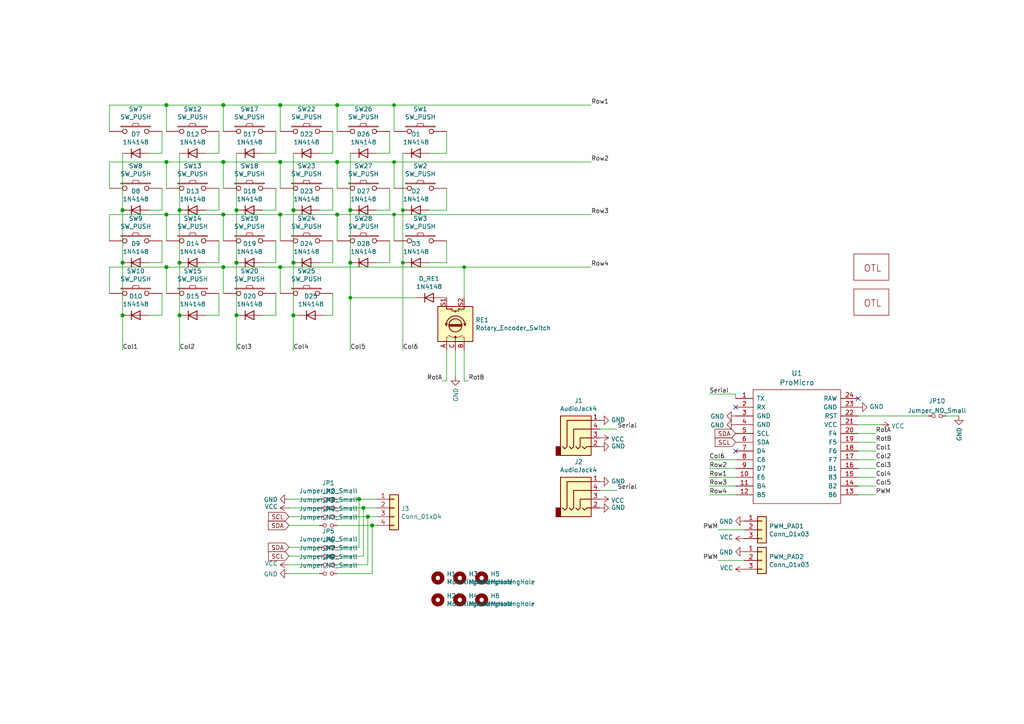
<source format=kicad_sch>
(kicad_sch (version 20230121) (generator eeschema)
  (paper "A4")
  (lib_symbols
    (symbol "Connector:AudioJack4"
      (property "Reference" "J" (at 0 8.89 0))
      (property "Value" "AudioJack4" (at 0 6.35 0))
      (symbol "AudioJack4_0_1"
        (rectangle (start -6.35 -5.08) (end -7.62 -7.62) (stroke (width 0.254)) (fill (type outline)))
        (polyline (pts (xy 0 -5.08) (xy 0.635 -5.715) (xy 1.27 -5.08) (xy 2.54 -5.08)) (stroke (width 0.254)))
        (polyline (pts (xy -5.715 -5.08) (xy -5.08 -5.715) (xy -4.445 -5.08) (xy -4.445 2.54) (xy 2.54 2.54)) (stroke (width 0.254)))
        (polyline (pts (xy -1.905 -5.08) (xy -1.27 -5.715) (xy -0.635 -5.08) (xy -0.635 -2.54) (xy 2.54 -2.54)) (stroke (width 0.254)))
        (polyline (pts (xy 2.54 0) (xy -2.54 0) (xy -2.54 -5.08) (xy -3.175 -5.715) (xy -3.81 -5.08)) (stroke (width 0.254)))
        (rectangle (start 2.54 3.81) (end -6.35 -7.62) (stroke (width 0.254)) (fill (type background)))
      )
      (symbol "AudioJack4_1_1"
        (pin passive line (at 5.08 2.54 180) (length 2.54) (name "~") (number "1"))
        (pin passive line (at 5.08 -5.08 180) (length 2.54) (name "~") (number "2"))
        (pin passive line (at 5.08 -2.54 180) (length 2.54) (name "~") (number "3"))
        (pin passive line (at 5.08 0 180) (length 2.54) (name "~") (number "4"))
      )
    )
    (symbol "Connector_Generic:Conn_01x03" (pin_names (offset 1.016) hide)
      (property "Reference" "J" (at 0 5.08 0))
      (property "Value" "Conn_01x03" (at 0 -5.08 0))
      (symbol "Conn_01x03_1_1"
        (rectangle (start -1.27 -2.413) (end 0 -2.667) (stroke (width 0.1524)))
        (rectangle (start -1.27 0.127) (end 0 -0.127) (stroke (width 0.1524)))
        (rectangle (start -1.27 2.667) (end 0 2.413) (stroke (width 0.1524)))
        (rectangle (start -1.27 3.81) (end 1.27 -3.81) (stroke (width 0.254)) (fill (type background)))
        (pin passive line (at -5.08 2.54 0) (length 3.81) (name "Pin_1") (number "1"))
        (pin passive line (at -5.08 0 0) (length 3.81) (name "Pin_2") (number "2"))
        (pin passive line (at -5.08 -2.54 0) (length 3.81) (name "Pin_3") (number "3"))
      )
    )
    (symbol "Connector_Generic:Conn_01x04" (pin_names (offset 1.016) hide)
      (property "Reference" "J" (at 0 5.08 0))
      (property "Value" "Conn_01x04" (at 0 -7.62 0))
      (symbol "Conn_01x04_1_1"
        (rectangle (start -1.27 -4.953) (end 0 -5.207) (stroke (width 0.1524)))
        (rectangle (start -1.27 -2.413) (end 0 -2.667) (stroke (width 0.1524)))
        (rectangle (start -1.27 0.127) (end 0 -0.127) (stroke (width 0.1524)))
        (rectangle (start -1.27 2.667) (end 0 2.413) (stroke (width 0.1524)))
        (rectangle (start -1.27 3.81) (end 1.27 -6.35) (stroke (width 0.254)) (fill (type background)))
        (pin passive line (at -5.08 2.54 0) (length 3.81) (name "Pin_1") (number "1"))
        (pin passive line (at -5.08 0 0) (length 3.81) (name "Pin_2") (number "2"))
        (pin passive line (at -5.08 -2.54 0) (length 3.81) (name "Pin_3") (number "3"))
        (pin passive line (at -5.08 -5.08 0) (length 3.81) (name "Pin_4") (number "4"))
      )
    )
    (symbol "Device:Jumper_NO_Small" (pin_numbers hide) (pin_names (offset 0.762) hide)
      (property "Reference" "JP" (at 0 2.032 0))
      (property "Value" "Jumper_NO_Small" (at 0.254 -1.524 0))
      (symbol "Jumper_NO_Small_0_1"
        (circle (center -1.016 0) (radius 0.508))
        (circle (center 1.016 0) (radius 0.508))
        (pin passive line (at -2.54 0 0) (length 1.016) (name "1") (number "1"))
        (pin passive line (at 2.54 0 180) (length 1.016) (name "2") (number "2"))
      )
    )
    (symbol "Device:Rotary_Encoder_Switch" (pin_names (offset 0.254) hide)
      (property "Reference" "SW" (at 0 6.604 0))
      (property "Value" "Rotary_Encoder_Switch" (at 0 -6.604 0))
      (symbol "Rotary_Encoder_Switch_0_1"
        (rectangle (start -5.08 5.08) (end 5.08 -5.08) (stroke (width 0.254)) (fill (type background)))
        (circle (center -3.81 0) (radius 0.254) (fill (type outline)))
        (arc (start -0.381 -2.794) (mid 2.3376 -0.0635) (end -0.381 2.667) (stroke (width 0.254)))
        (circle (center -0.381 0) (radius 1.905) (stroke (width 0.254)))
        (polyline (pts (xy -0.635 -1.778) (xy -0.635 1.778)) (stroke (width 0.254)))
        (polyline (pts (xy -0.381 -1.778) (xy -0.381 1.778)) (stroke (width 0.254)))
        (polyline (pts (xy -0.127 1.778) (xy -0.127 -1.778)) (stroke (width 0.254)))
        (polyline (pts (xy 3.81 0) (xy 3.429 0)) (stroke (width 0.254)))
        (polyline (pts (xy 3.81 1.016) (xy 3.81 -1.016)) (stroke (width 0.254)))
        (polyline (pts (xy -5.08 -2.54) (xy -3.81 -2.54) (xy -3.81 -2.032)))
        (polyline (pts (xy -5.08 2.54) (xy -3.81 2.54) (xy -3.81 2.032)))
        (polyline (pts (xy 0.254 -3.048) (xy -0.508 -2.794) (xy 0.127 -2.413)) (stroke (width 0.254)))
        (polyline (pts (xy 0.254 2.921) (xy -0.508 2.667) (xy 0.127 2.286)) (stroke (width 0.254)))
        (polyline (pts (xy 5.08 -2.54) (xy 4.318 -2.54) (xy 4.318 -1.016)) (stroke (width 0.254)))
        (polyline (pts (xy 5.08 2.54) (xy 4.318 2.54) (xy 4.318 1.016)) (stroke (width 0.254)))
        (polyline (pts (xy -5.08 0) (xy -3.81 0) (xy -3.81 -1.016) (xy -3.302 -2.032)))
        (polyline (pts (xy -4.318 0) (xy -3.81 0) (xy -3.81 1.016) (xy -3.302 2.032)))
        (circle (center 4.318 -1.016) (radius 0.127) (stroke (width 0.254)))
        (circle (center 4.318 1.016) (radius 0.127) (stroke (width 0.254)))
      )
      (symbol "Rotary_Encoder_Switch_1_1"
        (pin passive line (at -7.62 2.54 0) (length 2.54) (name "A") (number "A"))
        (pin passive line (at -7.62 -2.54 0) (length 2.54) (name "B") (number "B"))
        (pin passive line (at -7.62 0 0) (length 2.54) (name "C") (number "C"))
        (pin passive line (at 7.62 2.54 180) (length 2.54) (name "S1") (number "S1"))
        (pin passive line (at 7.62 -2.54 180) (length 2.54) (name "S2") (number "S2"))
      )
    )
    (symbol "Diode:1N4148" (pin_numbers hide) (pin_names (offset 1.016) hide)
      (property "Reference" "D" (at 0 2.54 0))
      (property "Value" "1N4148" (at 0 -2.54 0))
      (symbol "1N4148_0_1"
        (polyline (pts (xy -1.27 1.27) (xy -1.27 -1.27)) (stroke (width 0.254)))
        (polyline (pts (xy 1.27 0) (xy -1.27 0)))
        (polyline (pts (xy 1.27 1.27) (xy 1.27 -1.27) (xy -1.27 0) (xy 1.27 1.27)) (stroke (width 0.254)))
      )
      (symbol "1N4148_1_1"
        (pin passive line (at -3.81 0 0) (length 2.54) (name "K") (number "1"))
        (pin passive line (at 3.81 0 180) (length 2.54) (name "A") (number "2"))
      )
    )
    (symbol "Mechanical:MountingHole" (pin_names (offset 1.016))
      (property "Reference" "H" (at 0 5.08 0))
      (property "Value" "MountingHole" (at 0 3.175 0))
      (symbol "MountingHole_0_1"
        (circle (center 0 0) (radius 1.27) (stroke (width 1.27)))
      )
    )
    (symbol "SparkFun-Aesthetics:LOGO-OTL" (pin_numbers hide) (pin_names (offset 1.016) hide)
      (symbol "LOGO-OTL_1_0"
        (polyline (pts (xy -5.08 -5.08) (xy 5.08 -5.08)))
        (polyline (pts (xy -5.08 2.54) (xy -5.08 -5.08)))
        (polyline (pts (xy 5.08 -5.08) (xy 5.08 2.54)))
        (polyline (pts (xy 5.08 2.54) (xy -5.08 2.54)))
        (text "OTL" (at 0.3556 -1.5748 0) (effects (font (size 1.9304 1.9304))))
      )
    )
    (symbol "keyboard_parts:SW_PUSH" (pin_numbers hide) (pin_names (offset 1.016) hide)
      (property "Reference" "SW" (at 3.81 2.794 0))
      (property "Value" "SW_PUSH" (at 0 -2.032 0))
      (symbol "SW_PUSH_0_1"
        (rectangle (start -4.318 1.27) (end 4.318 1.524))
        (polyline (pts (xy -1.016 1.524) (xy -0.762 2.286) (xy 0.762 2.286) (xy 1.016 1.524)))
        (pin passive inverted (at -7.62 0 0) (length 5.08) (name "1") (number "1"))
        (pin passive inverted (at 7.62 0 180) (length 5.08) (name "2") (number "2"))
      )
    )
    (symbol "power:GND" (power) (pin_names (offset 0))
      (property "Value" "GND" (at 0 -3.81 0))
      (symbol "GND_0_1"
        (polyline (pts (xy 0 0) (xy 0 -1.27) (xy 1.27 -1.27) (xy 0 -2.54) (xy -1.27 -1.27) (xy 0 -1.27)))
      )
      (symbol "GND_1_1"
        (pin power_in line (at 0 0 270) (length 0) hide (name "GND") (number "1"))
      )
    )
    (symbol "power:VCC" (power) (pin_names (offset 0))
      (property "Value" "VCC" (at 0 3.81 0))
      (symbol "VCC_0_1"
        (polyline (pts (xy -0.762 1.27) (xy 0 2.54)))
        (polyline (pts (xy 0 0) (xy 0 2.54)))
        (polyline (pts (xy 0 2.54) (xy 0.762 1.27)))
      )
      (symbol "VCC_1_1"
        (pin power_in line (at 0 0 90) (length 0) hide (name "VCC") (number "1"))
      )
    )
    (symbol "promicro:ProMicro" (pin_names (offset 1.016))
      (property "Reference" "U" (at 0 24.13 0))
      (property "Value" "ProMicro" (at 0 -13.97 0))
      (symbol "ProMicro_0_1"
        (rectangle (start -12.7 21.59) (end 12.7 -11.43))
      )
      (symbol "ProMicro_1_1"
        (pin bidirectional line (at -17.78 19.05 0) (length 5.08) (name "TX") (number "1"))
        (pin bidirectional line (at -17.78 -3.81 0) (length 5.08) (name "E6") (number "10"))
        (pin bidirectional line (at -17.78 -6.35 0) (length 5.08) (name "B4") (number "11"))
        (pin bidirectional line (at -17.78 -8.89 0) (length 5.08) (name "B5") (number "12"))
        (pin bidirectional line (at 17.78 -8.89 180) (length 5.08) (name "B6") (number "13"))
        (pin bidirectional line (at 17.78 -6.35 180) (length 5.08) (name "B2") (number "14"))
        (pin bidirectional line (at 17.78 -3.81 180) (length 5.08) (name "B3") (number "15"))
        (pin bidirectional line (at 17.78 -1.27 180) (length 5.08) (name "B1") (number "16"))
        (pin bidirectional line (at 17.78 1.27 180) (length 5.08) (name "F7") (number "17"))
        (pin bidirectional line (at 17.78 3.81 180) (length 5.08) (name "F6") (number "18"))
        (pin bidirectional line (at 17.78 6.35 180) (length 5.08) (name "F5") (number "19"))
        (pin bidirectional line (at -17.78 16.51 0) (length 5.08) (name "RX") (number "2"))
        (pin bidirectional line (at 17.78 8.89 180) (length 5.08) (name "F4") (number "20"))
        (pin power_in line (at 17.78 11.43 180) (length 5.08) (name "VCC") (number "21"))
        (pin input line (at 17.78 13.97 180) (length 5.08) (name "RST") (number "22"))
        (pin power_in line (at 17.78 16.51 180) (length 5.08) (name "GND") (number "23"))
        (pin power_out line (at 17.78 19.05 180) (length 5.08) (name "RAW") (number "24"))
        (pin power_in line (at -17.78 13.97 0) (length 5.08) (name "GND") (number "3"))
        (pin power_in line (at -17.78 11.43 0) (length 5.08) (name "GND") (number "4"))
        (pin bidirectional line (at -17.78 8.89 0) (length 5.08) (name "SCL") (number "5"))
        (pin bidirectional line (at -17.78 6.35 0) (length 5.08) (name "SDA") (number "6"))
        (pin bidirectional line (at -17.78 3.81 0) (length 5.08) (name "D4") (number "7"))
        (pin bidirectional line (at -17.78 1.27 0) (length 5.08) (name "C6") (number "8"))
        (pin bidirectional line (at -17.78 -1.27 0) (length 5.08) (name "D7") (number "9"))
      )
    )
  )
  (junction (at 48.26 46.99) (diameter 1.016))
  (junction (at 81.28 30.48) (diameter 1.016))
  (junction (at 35.56 76.2) (diameter 1.016))
  (junction (at 105.41 147.32) (diameter 1.016))
  (junction (at 107.95 152.4) (diameter 1.016))
  (junction (at 81.28 62.23) (diameter 1.016))
  (junction (at 68.58 76.2) (diameter 1.016))
  (junction (at 48.26 30.48) (diameter 1.016))
  (junction (at 85.09 76.2) (diameter 1.016))
  (junction (at 114.3 46.99))
  (junction (at 35.56 91.44) (diameter 1.016))
  (junction (at 114.3 30.48))
  (junction (at 116.84 60.96))
  (junction (at 35.56 60.96) (diameter 1.016))
  (junction (at 85.09 60.96) (diameter 1.016))
  (junction (at 64.77 30.48) (diameter 1.016))
  (junction (at 81.28 77.47) (diameter 1.016))
  (junction (at 101.6 76.2) (diameter 1.016))
  (junction (at 64.77 46.99) (diameter 1.016))
  (junction (at 68.58 91.44) (diameter 1.016))
  (junction (at 97.79 62.23) (diameter 1.016))
  (junction (at 68.58 60.96) (diameter 1.016))
  (junction (at 85.09 91.44) (diameter 1.016))
  (junction (at 104.14 144.78) (diameter 1.016))
  (junction (at 64.77 62.23) (diameter 1.016))
  (junction (at 116.84 76.2))
  (junction (at 52.07 60.96) (diameter 1.016))
  (junction (at 114.3 62.23))
  (junction (at 134.62 77.47))
  (junction (at 48.26 77.47) (diameter 1.016))
  (junction (at 106.68 149.86) (diameter 1.016))
  (junction (at 52.07 76.2) (diameter 1.016))
  (junction (at 97.79 30.48) (diameter 1.016))
  (junction (at 48.26 62.23) (diameter 1.016))
  (junction (at 81.28 46.99) (diameter 1.016))
  (junction (at 52.07 91.44) (diameter 1.016))
  (junction (at 97.79 46.99) (diameter 1.016))
  (junction (at 64.77 77.47) (diameter 1.016))
  (junction (at 101.6 86.36))
  (junction (at 101.6 60.96) (diameter 1.016))
  (no_connect (at 213.36 130.81))
  (no_connect (at 248.92 115.57))
  (no_connect (at 213.36 118.11))
  (wire (pts (xy 129.54 86.36) (xy 128.27 86.36)))
  (wire (pts (xy 129.54 76.2) (xy 124.46 76.2)))
  (wire (pts (xy 46.99 54.61) (xy 46.99 60.96)))
  (wire (pts (xy 81.28 38.1) (xy 81.28 30.48)))
  (wire (pts (xy 248.92 125.73) (xy 254 125.73)))
  (wire (pts (xy 205.74 140.97) (xy 213.36 140.97)))
  (wire (pts (xy 63.5 69.85) (xy 63.5 76.2)))
  (wire (pts (xy 35.56 60.96) (xy 35.56 44.45)))
  (wire (pts (xy 52.07 60.96) (xy 52.07 76.2)))
  (wire (pts (xy 113.03 76.2) (xy 109.22 76.2)))
  (wire (pts (xy 92.71 166.37) (xy 83.82 166.37)))
  (wire (pts (xy 129.54 38.1) (xy 129.54 44.45)))
  (wire (pts (xy 116.84 60.96) (xy 116.84 76.2)))
  (wire (pts (xy 96.52 38.1) (xy 96.52 44.45)))
  (wire (pts (xy 129.54 101.6) (xy 129.54 110.49)))
  (wire (pts (xy 63.5 44.45) (xy 59.69 44.45)))
  (wire (pts (xy 97.79 38.1) (xy 97.79 30.48)))
  (wire (pts (xy 113.03 60.96) (xy 109.22 60.96)))
  (wire (pts (xy 134.62 101.6) (xy 134.62 110.49)))
  (wire (pts (xy 105.41 161.29) (xy 97.79 161.29)))
  (wire (pts (xy 31.75 54.61) (xy 31.75 46.99)))
  (wire (pts (xy 114.3 46.99) (xy 114.3 54.61)))
  (wire (pts (xy 248.92 143.51) (xy 254 143.51)))
  (wire (pts (xy 109.22 152.4) (xy 107.95 152.4)))
  (wire (pts (xy 46.99 38.1) (xy 46.99 44.45)))
  (wire (pts (xy 129.54 60.96) (xy 124.46 60.96)))
  (wire (pts (xy 81.28 46.99) (xy 97.79 46.99)))
  (wire (pts (xy 92.71 144.78) (xy 83.82 144.78)))
  (wire (pts (xy 205.74 133.35) (xy 213.36 133.35)))
  (wire (pts (xy 113.03 38.1) (xy 113.03 44.45)))
  (wire (pts (xy 101.6 60.96) (xy 101.6 76.2)))
  (wire (pts (xy 46.99 76.2) (xy 43.18 76.2)))
  (wire (pts (xy 81.28 62.23) (xy 97.79 62.23)))
  (wire (pts (xy 96.52 69.85) (xy 96.52 76.2)))
  (wire (pts (xy 248.92 128.27) (xy 254 128.27)))
  (wire (pts (xy 113.03 54.61) (xy 113.03 60.96)))
  (wire (pts (xy 64.77 69.85) (xy 64.77 62.23)))
  (wire (pts (xy 63.5 85.09) (xy 63.5 91.44)))
  (wire (pts (xy 248.92 133.35) (xy 254 133.35)))
  (wire (pts (xy 109.22 144.78) (xy 104.14 144.78)))
  (wire (pts (xy 35.56 60.96) (xy 35.56 76.2)))
  (wire (pts (xy 31.75 46.99) (xy 48.26 46.99)))
  (wire (pts (xy 48.26 30.48) (xy 64.77 30.48)))
  (wire (pts (xy 80.01 91.44) (xy 76.2 91.44)))
  (wire (pts (xy 114.3 46.99) (xy 171.45 46.99)))
  (wire (pts (xy 85.09 76.2) (xy 85.09 91.44)))
  (wire (pts (xy 85.09 91.44) (xy 85.09 101.6)))
  (wire (pts (xy 86.36 91.44) (xy 85.09 91.44)))
  (wire (pts (xy 46.99 44.45) (xy 43.18 44.45)))
  (wire (pts (xy 205.74 114.3) (xy 213.36 114.3)))
  (wire (pts (xy 101.6 60.96) (xy 101.6 44.45)))
  (wire (pts (xy 52.07 44.45) (xy 52.07 60.96)))
  (wire (pts (xy 173.99 124.46) (xy 179.07 124.46)))
  (wire (pts (xy 80.01 85.09) (xy 80.01 91.44)))
  (wire (pts (xy 64.77 30.48) (xy 81.28 30.48)))
  (wire (pts (xy 248.92 123.19) (xy 255.27 123.19)))
  (wire (pts (xy 101.6 76.2) (xy 101.6 86.36)))
  (wire (pts (xy 106.68 149.86) (xy 106.68 163.83)))
  (wire (pts (xy 132.08 101.6) (xy 132.08 109.22)))
  (wire (pts (xy 113.03 44.45) (xy 109.22 44.45)))
  (wire (pts (xy 46.99 60.96) (xy 43.18 60.96)))
  (wire (pts (xy 106.68 163.83) (xy 97.79 163.83)))
  (wire (pts (xy 35.56 91.44) (xy 35.56 76.2)))
  (wire (pts (xy 48.26 46.99) (xy 64.77 46.99)))
  (wire (pts (xy 116.84 44.45) (xy 116.84 60.96)))
  (wire (pts (xy 134.62 77.47) (xy 171.45 77.47)))
  (wire (pts (xy 114.3 30.48) (xy 114.3 38.1)))
  (wire (pts (xy 248.92 138.43) (xy 254 138.43)))
  (wire (pts (xy 96.52 44.45) (xy 92.71 44.45)))
  (wire (pts (xy 92.71 161.29) (xy 83.82 161.29)))
  (wire (pts (xy 68.58 76.2) (xy 68.58 91.44)))
  (wire (pts (xy 63.5 54.61) (xy 63.5 60.96)))
  (wire (pts (xy 52.07 91.44) (xy 52.07 101.6)))
  (wire (pts (xy 213.36 114.3) (xy 213.36 115.57)))
  (wire (pts (xy 129.54 110.49) (xy 128.27 110.49)))
  (wire (pts (xy 64.77 54.61) (xy 64.77 46.99)))
  (wire (pts (xy 104.14 144.78) (xy 104.14 158.75)))
  (wire (pts (xy 114.3 69.85) (xy 114.3 62.23)))
  (wire (pts (xy 48.26 54.61) (xy 48.26 46.99)))
  (wire (pts (xy 105.41 147.32) (xy 105.41 161.29)))
  (wire (pts (xy 107.95 166.37) (xy 97.79 166.37)))
  (wire (pts (xy 63.5 76.2) (xy 59.69 76.2)))
  (wire (pts (xy 80.01 76.2) (xy 76.2 76.2)))
  (wire (pts (xy 134.62 77.47) (xy 134.62 86.36)))
  (wire (pts (xy 68.58 60.96) (xy 68.58 76.2)))
  (wire (pts (xy 129.54 54.61) (xy 129.54 60.96)))
  (wire (pts (xy 52.07 91.44) (xy 52.07 76.2)))
  (wire (pts (xy 97.79 46.99) (xy 114.3 46.99)))
  (wire (pts (xy 48.26 77.47) (xy 64.77 77.47)))
  (wire (pts (xy 31.75 85.09) (xy 31.75 77.47)))
  (wire (pts (xy 64.77 46.99) (xy 81.28 46.99)))
  (wire (pts (xy 97.79 69.85) (xy 97.79 62.23)))
  (wire (pts (xy 81.28 54.61) (xy 81.28 46.99)))
  (wire (pts (xy 64.77 38.1) (xy 64.77 30.48)))
  (wire (pts (xy 205.74 143.51) (xy 213.36 143.51)))
  (wire (pts (xy 96.52 85.09) (xy 96.52 91.44)))
  (wire (pts (xy 96.52 91.44) (xy 93.98 91.44)))
  (wire (pts (xy 64.77 62.23) (xy 81.28 62.23)))
  (wire (pts (xy 248.92 135.89) (xy 254 135.89)))
  (wire (pts (xy 97.79 54.61) (xy 97.79 46.99)))
  (wire (pts (xy 96.52 54.61) (xy 96.52 60.96)))
  (wire (pts (xy 106.68 149.86) (xy 109.22 149.86)))
  (wire (pts (xy 80.01 69.85) (xy 80.01 76.2)))
  (wire (pts (xy 248.92 120.65) (xy 269.24 120.65)))
  (wire (pts (xy 92.71 147.32) (xy 83.82 147.32)))
  (wire (pts (xy 35.56 91.44) (xy 35.56 101.6)))
  (wire (pts (xy 208.28 162.56) (xy 215.9 162.56)))
  (wire (pts (xy 104.14 144.78) (xy 97.79 144.78)))
  (wire (pts (xy 208.28 153.67) (xy 215.9 153.67)))
  (wire (pts (xy 97.79 62.23) (xy 114.3 62.23)))
  (wire (pts (xy 31.75 62.23) (xy 48.26 62.23)))
  (wire (pts (xy 97.79 149.86) (xy 106.68 149.86)))
  (wire (pts (xy 48.26 69.85) (xy 48.26 62.23)))
  (wire (pts (xy 46.99 91.44) (xy 43.18 91.44)))
  (wire (pts (xy 81.28 77.47) (xy 81.28 85.09)))
  (wire (pts (xy 48.26 85.09) (xy 48.26 77.47)))
  (wire (pts (xy 80.01 44.45) (xy 76.2 44.45)))
  (wire (pts (xy 173.99 142.24) (xy 179.07 142.24)))
  (wire (pts (xy 64.77 85.09) (xy 64.77 77.47)))
  (wire (pts (xy 96.52 60.96) (xy 92.71 60.96)))
  (wire (pts (xy 85.09 60.96) (xy 85.09 76.2)))
  (wire (pts (xy 114.3 62.23) (xy 171.45 62.23)))
  (wire (pts (xy 81.28 69.85) (xy 81.28 62.23)))
  (wire (pts (xy 63.5 38.1) (xy 63.5 44.45)))
  (wire (pts (xy 107.95 152.4) (xy 107.95 166.37)))
  (wire (pts (xy 105.41 147.32) (xy 97.79 147.32)))
  (wire (pts (xy 48.26 38.1) (xy 48.26 30.48)))
  (wire (pts (xy 46.99 69.85) (xy 46.99 76.2)))
  (wire (pts (xy 274.32 120.65) (xy 278.13 120.65)))
  (wire (pts (xy 248.92 130.81) (xy 254 130.81)))
  (wire (pts (xy 63.5 91.44) (xy 59.69 91.44)))
  (wire (pts (xy 129.54 69.85) (xy 129.54 76.2)))
  (wire (pts (xy 31.75 77.47) (xy 48.26 77.47)))
  (wire (pts (xy 80.01 38.1) (xy 80.01 44.45)))
  (wire (pts (xy 92.71 163.83) (xy 83.82 163.83)))
  (wire (pts (xy 85.09 60.96) (xy 85.09 44.45)))
  (wire (pts (xy 96.52 76.2) (xy 92.71 76.2)))
  (wire (pts (xy 116.84 76.2) (xy 116.84 101.6)))
  (wire (pts (xy 92.71 149.86) (xy 83.82 149.86)))
  (wire (pts (xy 63.5 60.96) (xy 59.69 60.96)))
  (wire (pts (xy 101.6 86.36) (xy 101.6 101.6)))
  (wire (pts (xy 107.95 152.4) (xy 97.79 152.4)))
  (wire (pts (xy 80.01 60.96) (xy 76.2 60.96)))
  (wire (pts (xy 68.58 44.45) (xy 68.58 60.96)))
  (wire (pts (xy 248.92 140.97) (xy 254 140.97)))
  (wire (pts (xy 48.26 62.23) (xy 64.77 62.23)))
  (wire (pts (xy 31.75 38.1) (xy 31.75 30.48)))
  (wire (pts (xy 64.77 77.47) (xy 81.28 77.47)))
  (wire (pts (xy 81.28 77.47) (xy 134.62 77.47)))
  (wire (pts (xy 104.14 158.75) (xy 97.79 158.75)))
  (wire (pts (xy 109.22 147.32) (xy 105.41 147.32)))
  (wire (pts (xy 46.99 85.09) (xy 46.99 91.44)))
  (wire (pts (xy 92.71 152.4) (xy 83.82 152.4)))
  (wire (pts (xy 68.58 91.44) (xy 68.58 101.6)))
  (wire (pts (xy 31.75 69.85) (xy 31.75 62.23)))
  (wire (pts (xy 80.01 54.61) (xy 80.01 60.96)))
  (wire (pts (xy 205.74 138.43) (xy 213.36 138.43)))
  (wire (pts (xy 97.79 30.48) (xy 114.3 30.48)))
  (wire (pts (xy 81.28 30.48) (xy 97.79 30.48)))
  (wire (pts (xy 113.03 69.85) (xy 113.03 76.2)))
  (wire (pts (xy 114.3 30.48) (xy 171.45 30.48)))
  (wire (pts (xy 31.75 30.48) (xy 48.26 30.48)))
  (wire (pts (xy 92.71 158.75) (xy 83.82 158.75)))
  (wire (pts (xy 205.74 135.89) (xy 213.36 135.89)))
  (wire (pts (xy 120.65 86.36) (xy 101.6 86.36)))
  (wire (pts (xy 134.62 110.49) (xy 135.89 110.49)))
  (wire (pts (xy 129.54 44.45) (xy 124.46 44.45)))
  (label "Col6" (at 116.84 101.6 0))
  (label "Col2" (at 254 133.35 0))
  (label "Serial" (at 179.07 124.46 0))
  (label "Col5" (at 101.6 101.6 0))
  (label "PWM" (at 208.28 162.56 180))
  (label "Serial" (at 179.07 142.24 0))
  (label "Col6" (at 205.74 133.35 0))
  (label "Row4" (at 205.74 143.51 0))
  (label "Col5" (at 254 140.97 0))
  (label "PWM" (at 254 143.51 0))
  (label "Row3" (at 171.45 62.23 0))
  (label "RotB" (at 254 128.27 0))
  (label "Col4" (at 85.09 101.6 0))
  (label "Row2" (at 171.45 46.99 0))
  (label "Col3" (at 68.58 101.6 0))
  (label "Col2" (at 52.07 101.6 0))
  (label "Serial" (at 205.74 114.3 0))
  (label "RotA" (at 128.27 110.49 180))
  (label "Col1" (at 35.56 101.6 0))
  (label "Row3" (at 205.74 140.97 0))
  (label "RotA" (at 254 125.73 0))
  (label "Col3" (at 254 135.89 0))
  (label "Row2" (at 205.74 135.89 0))
  (label "Col4" (at 254 138.43 0))
  (label "RotB" (at 135.89 110.49 0))
  (label "Row4" (at 171.45 77.47 0))
  (label "Row1" (at 205.74 138.43 0))
  (label "Row1" (at 171.45 30.48 0))
  (label "Col1" (at 254 130.81 0))
  (label "PWM" (at 208.28 153.67 180))
  (global_label "SDA" (shape input) (at 213.36 125.73 180) (property "Intersheetrefs" "${INTERSHEET_REFS}" (effects hide)))
  (global_label "SDA" (shape input) (at 83.82 152.4 180) (property "Intersheetrefs" "${INTERSHEET_REFS}" (effects hide)))
  (global_label "SCL" (shape input) (at 213.36 128.27 180) (property "Intersheetrefs" "${INTERSHEET_REFS}" (effects hide)))
  (global_label "SCL" (shape input) (at 83.82 161.29 180) (property "Intersheetrefs" "${INTERSHEET_REFS}" (effects hide)))
  (global_label "SCL" (shape input) (at 83.82 149.86 180) (property "Intersheetrefs" "${INTERSHEET_REFS}" (effects hide)))
  (global_label "SDA" (shape input) (at 83.82 158.75 180) (property "Intersheetrefs" "${INTERSHEET_REFS}" (effects hide)))
  (symbol (lib_id "Connector_Generic:Conn_01x04") (at 114.3 147.32 0) (unit 1)
    (property "Reference" "J3" (at 116.332 147.5232 0) (effects (justify left)))
    (property "Value" "Conn_01x04" (at 116.332 149.8346 0) (effects (justify left)))
    (property "Footprint" "usbc_footprint:OLED_4Pin_outline" (effects hide))
  )
  (symbol (lib_id "Device:Jumper_NO_Small") (at 95.25 144.78 0) (unit 1)
    (property "Reference" "JP1" (at 95.25 140.081 0))
    (property "Value" "Jumper_NO_Small" (at 95.25 142.3924 0))
    (property "Footprint" "SparkFun-Passives:PAD-JUMPER-2-NO_NO_SILK" (effects hide))
  )
  (symbol (lib_id "Device:Jumper_NO_Small") (at 95.25 147.32 0) (unit 1)
    (property "Reference" "JP2" (at 95.25 142.621 0))
    (property "Value" "Jumper_NO_Small" (at 95.25 144.9324 0))
    (property "Footprint" "SparkFun-Passives:PAD-JUMPER-2-NO_NO_SILK" (effects hide))
  )
  (symbol (lib_id "Device:Jumper_NO_Small") (at 95.25 149.86 0) (unit 1)
    (property "Reference" "JP3" (at 95.25 145.161 0))
    (property "Value" "Jumper_NO_Small" (at 95.25 147.4724 0))
    (property "Footprint" "SparkFun-Passives:PAD-JUMPER-2-NO_NO_SILK" (effects hide))
  )
  (symbol (lib_id "Device:Jumper_NO_Small") (at 95.25 152.4 0) (unit 1)
    (property "Reference" "JP4" (at 95.25 147.701 0))
    (property "Value" "Jumper_NO_Small" (at 95.25 150.0124 0))
    (property "Footprint" "SparkFun-Passives:PAD-JUMPER-2-NO_NO_SILK" (effects hide))
  )
  (symbol (lib_id "Device:Jumper_NO_Small") (at 95.25 158.75 0) (unit 1)
    (property "Reference" "JP5" (at 95.25 154.051 0))
    (property "Value" "Jumper_NO_Small" (at 95.25 156.3624 0))
    (property "Footprint" "SparkFun-Passives:PAD-JUMPER-2-NO_NO_SILK" (effects hide))
  )
  (symbol (lib_id "Device:Jumper_NO_Small") (at 95.25 161.29 0) (unit 1)
    (property "Reference" "JP6" (at 95.25 156.591 0))
    (property "Value" "Jumper_NO_Small" (at 95.25 158.9024 0))
    (property "Footprint" "SparkFun-Passives:PAD-JUMPER-2-NO_NO_SILK" (effects hide))
  )
  (symbol (lib_id "Device:Jumper_NO_Small") (at 95.25 163.83 0) (unit 1)
    (property "Reference" "JP7" (at 95.25 159.131 0))
    (property "Value" "Jumper_NO_Small" (at 95.25 161.4424 0))
    (property "Footprint" "SparkFun-Passives:PAD-JUMPER-2-NO_NO_SILK" (effects hide))
  )
  (symbol (lib_id "Device:Jumper_NO_Small") (at 95.25 166.37 0) (unit 1)
    (property "Reference" "JP8" (at 95.25 161.671 0))
    (property "Value" "Jumper_NO_Small" (at 95.25 163.9824 0))
    (property "Footprint" "SparkFun-Passives:PAD-JUMPER-2-NO_NO_SILK" (effects hide))
  )
  (symbol (lib_id "power:GND") (at 173.99 129.54 90) (unit 1)
    (property "Reference" "#PWR0109" (effects hide))
    (property "Value" "GND" (at 177.2412 129.413 90) (effects (justify right)))
  )
  (symbol (lib_id "power:GND") (at 173.99 147.32 90) (unit 1)
    (property "Reference" "#PWR0110" (effects hide))
    (property "Value" "GND" (at 177.2412 147.193 90) (effects (justify right)))
  )
  (symbol (lib_id "Device:Rotary_Encoder_Switch") (at 132.08 93.98 90) (unit 1)
    (property "Reference" "RE1" (at 137.922 92.8116 90) (effects (justify right)))
    (property "Value" "Rotary_Encoder_Switch" (at 137.922 95.123 90) (effects (justify right)))
    (property "Footprint" "Rotary_Encoder:RotaryEncoder_Alps_EC11E-Switch_Vertical_H20mm" (effects hide))
  )
  (symbol (lib_id "power:VCC") (at 83.82 147.32 90) (unit 1)
    (property "Reference" "#PWR0105" (effects hide))
    (property "Value" "VCC" (at 80.5942 146.939 90) (effects (justify left)))
  )
  (symbol (lib_id "power:GND") (at 83.82 144.78 270) (unit 1)
    (property "Reference" "#PWR0106" (effects hide))
    (property "Value" "GND" (at 80.5688 144.907 90) (effects (justify right)))
  )
  (symbol (lib_id "power:VCC") (at 83.82 163.83 90) (unit 1)
    (property "Reference" "#PWR0107" (effects hide))
    (property "Value" "VCC" (at 80.5942 163.449 90) (effects (justify left)))
  )
  (symbol (lib_id "power:GND") (at 83.82 166.37 270) (unit 1)
    (property "Reference" "#PWR0108" (effects hide))
    (property "Value" "GND" (at 80.5688 166.497 90) (effects (justify right)))
  )
  (symbol (lib_id "Diode:1N4148") (at 124.46 86.36 0) (unit 1)
    (property "Reference" "D_RE1" (at 124.46 80.8482 0))
    (property "Value" "1N4148" (at 124.46 83.1596 0))
    (property "Footprint" "Keebio-Parts:Diode-dual" (effects hide))
    (property "Datasheet" "https://assets.nexperia.com/documents/data-sheet/1N4148_1N4448.pdf" (effects hide))
  )
  (symbol (lib_id "power:GND") (at 213.36 120.65 270) (unit 1)
    (property "Reference" "#PWR0111" (effects hide))
    (property "Value" "GND" (at 210.1088 120.777 90) (effects (justify right)))
  )
  (symbol (lib_id "power:GND") (at 213.36 123.19 270) (unit 1)
    (property "Reference" "#PWR0112" (effects hide))
    (property "Value" "GND" (at 210.1088 123.317 90) (effects (justify right)))
  )
  (symbol (lib_id "power:GND") (at 248.92 118.11 90) (unit 1)
    (property "Reference" "#PWR0113" (effects hide))
    (property "Value" "GND" (at 252.1712 117.983 90) (effects (justify right)))
  )
  (symbol (lib_id "power:GND") (at 278.13 120.65 0) (unit 1)
    (property "Reference" "#PWR0114" (effects hide))
    (property "Value" "GND" (at 278.257 123.9012 90) (effects (justify right)))
  )
  (symbol (lib_id "power:VCC") (at 255.27 123.19 270) (unit 1)
    (property "Reference" "#PWR0115" (effects hide))
    (property "Value" "VCC" (at 258.5212 123.571 90) (effects (justify left)))
  )
  (symbol (lib_id "power:GND") (at 132.08 109.22 0) (unit 1)
    (property "Reference" "#PWR0121" (effects hide))
    (property "Value" "GND" (at 132.207 112.4712 90) (effects (justify right)))
  )
  (symbol (lib_id "Connector_Generic:Conn_01x03") (at 220.98 153.67 0) (unit 1)
    (property "Reference" "PWM_PAD1" (at 223.012 152.6032 0) (effects (justify left)))
    (property "Value" "Conn_01x03" (at 223.012 154.9146 0) (effects (justify left)))
    (property "Footprint" "SparkFun-Connectors:1X03_LONGPADS" (effects hide))
  )
  (symbol (lib_id "power:GND") (at 215.9 151.13 270) (unit 1)
    (property "Reference" "#PWR0116" (effects hide))
    (property "Value" "GND" (at 212.6488 151.257 90) (effects (justify right)))
  )
  (symbol (lib_id "power:VCC") (at 215.9 156.21 90) (unit 1)
    (property "Reference" "#PWR0117" (effects hide))
    (property "Value" "VCC" (at 212.6488 155.829 90) (effects (justify left)))
  )
  (symbol (lib_id "Connector_Generic:Conn_01x03") (at 220.98 162.56 0) (unit 1)
    (property "Reference" "PWM_PAD2" (at 223.012 161.4932 0) (effects (justify left)))
    (property "Value" "Conn_01x03" (at 223.012 163.8046 0) (effects (justify left)))
    (property "Footprint" "SparkFun-Connectors:1X03_LONGPADS" (effects hide))
  )
  (symbol (lib_id "power:GND") (at 215.9 160.02 270) (unit 1)
    (property "Reference" "#PWR0119" (effects hide))
    (property "Value" "GND" (at 212.6488 160.147 90) (effects (justify right)))
  )
  (symbol (lib_id "power:VCC") (at 215.9 165.1 90) (unit 1)
    (property "Reference" "#PWR0120" (effects hide))
    (property "Value" "VCC" (at 212.6488 164.719 90) (effects (justify left)))
  )
  (symbol (lib_id "Connector:AudioJack4") (at 168.91 124.46 0) (unit 1)
    (property "Reference" "J1" (at 167.8178 116.205 0))
    (property "Value" "AudioJack4" (at 167.8178 118.5164 0))
    (property "Footprint" "Keebio-Parts:TRRS-PJ-320A" (effects hide))
  )
  (symbol (lib_id "Connector:AudioJack4") (at 168.91 142.24 0) (unit 1)
    (property "Reference" "J2" (at 167.8178 133.985 0))
    (property "Value" "AudioJack4" (at 167.8178 136.2964 0))
    (property "Footprint" "Keebio-Parts:TRRS-PJ-320A" (effects hide))
  )
  (symbol (lib_id "power:GND") (at 173.99 121.92 90) (unit 1)
    (property "Reference" "#PWR0101" (effects hide))
    (property "Value" "GND" (at 177.2412 121.793 90) (effects (justify right)))
  )
  (symbol (lib_id "power:GND") (at 173.99 139.7 90) (unit 1)
    (property "Reference" "#PWR0102" (effects hide))
    (property "Value" "GND" (at 177.2412 139.573 90) (effects (justify right)))
  )
  (symbol (lib_id "power:VCC") (at 173.99 144.78 270) (unit 1)
    (property "Reference" "#PWR0103" (effects hide))
    (property "Value" "VCC" (at 177.2412 145.161 90) (effects (justify left)))
  )
  (symbol (lib_id "power:VCC") (at 173.99 127 270) (unit 1)
    (property "Reference" "#PWR0104" (effects hide))
    (property "Value" "VCC" (at 177.2412 127.381 90) (effects (justify left)))
  )
  (symbol (lib_id "promicro:ProMicro") (at 231.14 134.62 0) (unit 1)
    (property "Reference" "U1" (at 231.14 108.2802 0) (effects (font (size 1.524 1.524))))
    (property "Value" "ProMicro" (at 231.14 110.9726 0) (effects (font (size 1.524 1.524))))
    (property "Footprint" "promicro:ProMicro" (effects hide))
  )
  (symbol (lib_id "Diode:1N4148") (at 39.37 44.45 0) (unit 1)
    (property "Reference" "D7" (at 39.37 38.9382 0))
    (property "Value" "1N4148" (at 39.37 41.2496 0))
    (property "Footprint" "Keebio-Parts:Diode-dual" (effects hide))
    (property "Datasheet" "https://assets.nexperia.com/documents/data-sheet/1N4148_1N4448.pdf" (effects hide))
  )
  (symbol (lib_id "keyboard_parts:SW_PUSH") (at 39.37 38.1 0) (unit 1)
    (property "Reference" "SW7" (at 39.37 31.623 0))
    (property "Value" "SW_PUSH" (at 39.37 33.9344 0))
    (property "Footprint" "Keebio-Parts:Hybrid_PCB_100H_Dual_hole" (effects hide))
  )
  (symbol (lib_id "keyboard_parts:SW_PUSH") (at 39.37 54.61 0) (unit 1)
    (property "Reference" "SW8" (at 39.37 48.133 0))
    (property "Value" "SW_PUSH" (at 39.37 50.4444 0))
    (property "Footprint" "Keebio-Parts:Hybrid_PCB_100H_Dual_hole" (effects hide))
  )
  (symbol (lib_id "Diode:1N4148") (at 39.37 60.96 0) (unit 1)
    (property "Reference" "D8" (at 39.37 55.4482 0))
    (property "Value" "1N4148" (at 39.37 57.7596 0))
    (property "Footprint" "Keebio-Parts:Diode-dual" (effects hide))
    (property "Datasheet" "https://assets.nexperia.com/documents/data-sheet/1N4148_1N4448.pdf" (effects hide))
  )
  (symbol (lib_id "keyboard_parts:SW_PUSH") (at 39.37 69.85 0) (unit 1)
    (property "Reference" "SW9" (at 39.37 63.373 0))
    (property "Value" "SW_PUSH" (at 39.37 65.6844 0))
    (property "Footprint" "Keebio-Parts:Hybrid_PCB_100H_Dual_hole" (effects hide))
  )
  (symbol (lib_id "Diode:1N4148") (at 39.37 76.2 0) (unit 1)
    (property "Reference" "D9" (at 39.37 70.6882 0))
    (property "Value" "1N4148" (at 39.37 72.9996 0))
    (property "Footprint" "Keebio-Parts:Diode-dual" (effects hide))
    (property "Datasheet" "https://assets.nexperia.com/documents/data-sheet/1N4148_1N4448.pdf" (effects hide))
  )
  (symbol (lib_id "keyboard_parts:SW_PUSH") (at 55.88 38.1 0) (unit 1)
    (property "Reference" "SW12" (at 55.88 31.623 0))
    (property "Value" "SW_PUSH" (at 55.88 33.9344 0))
    (property "Footprint" "Keebio-Parts:Hybrid_PCB_100H_Dual_hole" (effects hide))
  )
  (symbol (lib_id "Diode:1N4148") (at 55.88 44.45 0) (unit 1)
    (property "Reference" "D12" (at 55.88 38.9382 0))
    (property "Value" "1N4148" (at 55.88 41.2496 0))
    (property "Footprint" "Keebio-Parts:Diode-dual" (effects hide))
    (property "Datasheet" "https://assets.nexperia.com/documents/data-sheet/1N4148_1N4448.pdf" (effects hide))
  )
  (symbol (lib_id "keyboard_parts:SW_PUSH") (at 55.88 54.61 0) (unit 1)
    (property "Reference" "SW13" (at 55.88 48.133 0))
    (property "Value" "SW_PUSH" (at 55.88 50.4444 0))
    (property "Footprint" "Keebio-Parts:Hybrid_PCB_100H_Dual_hole" (effects hide))
  )
  (symbol (lib_id "Diode:1N4148") (at 55.88 60.96 0) (unit 1)
    (property "Reference" "D13" (at 55.88 55.4482 0))
    (property "Value" "1N4148" (at 55.88 57.7596 0))
    (property "Footprint" "Keebio-Parts:Diode-dual" (effects hide))
    (property "Datasheet" "https://assets.nexperia.com/documents/data-sheet/1N4148_1N4448.pdf" (effects hide))
  )
  (symbol (lib_id "keyboard_parts:SW_PUSH") (at 55.88 69.85 0) (unit 1)
    (property "Reference" "SW14" (at 55.88 63.373 0))
    (property "Value" "SW_PUSH" (at 55.88 65.6844 0))
    (property "Footprint" "Keebio-Parts:Hybrid_PCB_100H_Dual_hole" (effects hide))
  )
  (symbol (lib_id "Diode:1N4148") (at 55.88 76.2 0) (unit 1)
    (property "Reference" "D14" (at 55.88 70.6882 0))
    (property "Value" "1N4148" (at 55.88 72.9996 0))
    (property "Footprint" "Keebio-Parts:Diode-dual" (effects hide))
    (property "Datasheet" "https://assets.nexperia.com/documents/data-sheet/1N4148_1N4448.pdf" (effects hide))
  )
  (symbol (lib_id "keyboard_parts:SW_PUSH") (at 72.39 38.1 0) (unit 1)
    (property "Reference" "SW17" (at 72.39 31.623 0))
    (property "Value" "SW_PUSH" (at 72.39 33.9344 0))
    (property "Footprint" "Keebio-Parts:Hybrid_PCB_100H_Dual_hole" (effects hide))
  )
  (symbol (lib_id "Diode:1N4148") (at 72.39 44.45 0) (unit 1)
    (property "Reference" "D17" (at 72.39 38.9382 0))
    (property "Value" "1N4148" (at 72.39 41.2496 0))
    (property "Footprint" "Keebio-Parts:Diode-dual" (effects hide))
    (property "Datasheet" "https://assets.nexperia.com/documents/data-sheet/1N4148_1N4448.pdf" (effects hide))
  )
  (symbol (lib_id "keyboard_parts:SW_PUSH") (at 88.9 38.1 0) (unit 1)
    (property "Reference" "SW22" (at 88.9 31.623 0))
    (property "Value" "SW_PUSH" (at 88.9 33.9344 0))
    (property "Footprint" "Keebio-Parts:Hybrid_PCB_100H_Dual_hole" (effects hide))
  )
  (symbol (lib_id "Diode:1N4148") (at 88.9 44.45 0) (unit 1)
    (property "Reference" "D22" (at 88.9 38.9382 0))
    (property "Value" "1N4148" (at 88.9 41.2496 0))
    (property "Footprint" "Keebio-Parts:Diode-dual" (effects hide))
    (property "Datasheet" "https://assets.nexperia.com/documents/data-sheet/1N4148_1N4448.pdf" (effects hide))
  )
  (symbol (lib_id "keyboard_parts:SW_PUSH") (at 72.39 54.61 0) (unit 1)
    (property "Reference" "SW18" (at 72.39 48.133 0))
    (property "Value" "SW_PUSH" (at 72.39 50.4444 0))
    (property "Footprint" "Keebio-Parts:Hybrid_PCB_100H_Dual_hole" (effects hide))
  )
  (symbol (lib_id "Diode:1N4148") (at 72.39 60.96 0) (unit 1)
    (property "Reference" "D18" (at 72.39 55.4482 0))
    (property "Value" "1N4148" (at 72.39 57.7596 0))
    (property "Footprint" "Keebio-Parts:Diode-dual" (effects hide))
    (property "Datasheet" "https://assets.nexperia.com/documents/data-sheet/1N4148_1N4448.pdf" (effects hide))
  )
  (symbol (lib_id "keyboard_parts:SW_PUSH") (at 72.39 69.85 0) (unit 1)
    (property "Reference" "SW19" (at 72.39 63.373 0))
    (property "Value" "SW_PUSH" (at 72.39 65.6844 0))
    (property "Footprint" "Keebio-Parts:Hybrid_PCB_100H_Dual_hole" (effects hide))
  )
  (symbol (lib_id "Diode:1N4148") (at 72.39 76.2 0) (unit 1)
    (property "Reference" "D19" (at 72.39 70.6882 0))
    (property "Value" "1N4148" (at 72.39 72.9996 0))
    (property "Footprint" "Keebio-Parts:Diode-dual" (effects hide))
    (property "Datasheet" "https://assets.nexperia.com/documents/data-sheet/1N4148_1N4448.pdf" (effects hide))
  )
  (symbol (lib_id "keyboard_parts:SW_PUSH") (at 88.9 54.61 0) (unit 1)
    (property "Reference" "SW23" (at 88.9 48.133 0))
    (property "Value" "SW_PUSH" (at 88.9 50.4444 0))
    (property "Footprint" "Keebio-Parts:Hybrid_PCB_100H_Dual_hole" (effects hide))
  )
  (symbol (lib_id "Diode:1N4148") (at 88.9 60.96 0) (unit 1)
    (property "Reference" "D23" (at 88.9 55.4482 0))
    (property "Value" "1N4148" (at 88.9 57.7596 0))
    (property "Footprint" "Keebio-Parts:Diode-dual" (effects hide))
    (property "Datasheet" "https://assets.nexperia.com/documents/data-sheet/1N4148_1N4448.pdf" (effects hide))
  )
  (symbol (lib_id "keyboard_parts:SW_PUSH") (at 88.9 69.85 0) (unit 1)
    (property "Reference" "SW24" (at 88.9 63.373 0))
    (property "Value" "SW_PUSH" (at 88.9 65.6844 0))
    (property "Footprint" "Keebio-Parts:Hybrid_PCB_100H_Dual_hole" (effects hide))
  )
  (symbol (lib_id "Diode:1N4148") (at 88.9 76.2 0) (unit 1)
    (property "Reference" "D24" (at 88.9 70.6882 0))
    (property "Value" "1N4148" (at 88.9 72.9996 0))
    (property "Footprint" "Keebio-Parts:Diode-dual" (effects hide))
    (property "Datasheet" "https://assets.nexperia.com/documents/data-sheet/1N4148_1N4448.pdf" (effects hide))
  )
  (symbol (lib_id "keyboard_parts:SW_PUSH") (at 105.41 38.1 0) (unit 1)
    (property "Reference" "SW26" (at 105.41 31.623 0))
    (property "Value" "SW_PUSH" (at 105.41 33.9344 0))
    (property "Footprint" "Keebio-Parts:Hybrid_PCB_100H_Dual_hole" (effects hide))
  )
  (symbol (lib_id "Diode:1N4148") (at 105.41 44.45 0) (unit 1)
    (property "Reference" "D26" (at 105.41 38.9382 0))
    (property "Value" "1N4148" (at 105.41 41.2496 0))
    (property "Footprint" "Keebio-Parts:Diode-dual" (effects hide))
    (property "Datasheet" "https://assets.nexperia.com/documents/data-sheet/1N4148_1N4448.pdf" (effects hide))
  )
  (symbol (lib_id "keyboard_parts:SW_PUSH") (at 105.41 54.61 0) (unit 1)
    (property "Reference" "SW27" (at 105.41 48.133 0))
    (property "Value" "SW_PUSH" (at 105.41 50.4444 0))
    (property "Footprint" "Keebio-Parts:Hybrid_PCB_100H_Dual_hole" (effects hide))
  )
  (symbol (lib_id "Diode:1N4148") (at 105.41 60.96 0) (unit 1)
    (property "Reference" "D27" (at 105.41 55.4482 0))
    (property "Value" "1N4148" (at 105.41 57.7596 0))
    (property "Footprint" "Keebio-Parts:Diode-dual" (effects hide))
    (property "Datasheet" "https://assets.nexperia.com/documents/data-sheet/1N4148_1N4448.pdf" (effects hide))
  )
  (symbol (lib_id "keyboard_parts:SW_PUSH") (at 105.41 69.85 0) (unit 1)
    (property "Reference" "SW28" (at 105.41 63.373 0))
    (property "Value" "SW_PUSH" (at 105.41 65.6844 0))
    (property "Footprint" "Keebio-Parts:Hybrid_PCB_100H_Dual_hole" (effects hide))
  )
  (symbol (lib_id "Diode:1N4148") (at 105.41 76.2 0) (unit 1)
    (property "Reference" "D28" (at 105.41 70.6882 0))
    (property "Value" "1N4148" (at 105.41 72.9996 0))
    (property "Footprint" "Keebio-Parts:Diode-dual" (effects hide))
    (property "Datasheet" "https://assets.nexperia.com/documents/data-sheet/1N4148_1N4448.pdf" (effects hide))
  )
  (symbol (lib_id "Mechanical:MountingHole") (at 127 167.64 0) (unit 1)
    (property "Reference" "H1" (at 129.54 166.4716 0) (effects (justify left)))
    (property "Value" "MountingHole" (at 129.54 168.783 0) (effects (justify left)))
    (property "Footprint" "MountingHole:MountingHole_2.2mm_M2_Pad" (effects hide))
  )
  (symbol (lib_id "Mechanical:MountingHole") (at 133.35 167.64 0) (unit 1)
    (property "Reference" "H3" (at 135.89 166.4716 0) (effects (justify left)))
    (property "Value" "MountingHole" (at 135.89 168.783 0) (effects (justify left)))
    (property "Footprint" "MountingHole:MountingHole_2.2mm_M2_Pad" (effects hide))
  )
  (symbol (lib_id "Mechanical:MountingHole") (at 139.7 167.64 0) (unit 1)
    (property "Reference" "H5" (at 142.24 166.4716 0) (effects (justify left)))
    (property "Value" "MountingHole" (at 142.24 168.783 0) (effects (justify left)))
    (property "Footprint" "MountingHole:MountingHole_2.2mm_M2_Pad" (effects hide))
  )
  (symbol (lib_id "Mechanical:MountingHole") (at 127 173.99 0) (unit 1)
    (property "Reference" "H2" (at 129.54 172.8216 0) (effects (justify left)))
    (property "Value" "MountingHole" (at 129.54 175.133 0) (effects (justify left)))
    (property "Footprint" "MountingHole:MountingHole_2.2mm_M2_Pad" (effects hide))
  )
  (symbol (lib_id "Mechanical:MountingHole") (at 133.35 173.99 0) (unit 1)
    (property "Reference" "H4" (at 135.89 172.8216 0) (effects (justify left)))
    (property "Value" "MountingHole" (at 135.89 175.133 0) (effects (justify left)))
    (property "Footprint" "MountingHole:MountingHole_2.2mm_M2_Pad" (effects hide))
  )
  (symbol (lib_id "Mechanical:MountingHole") (at 139.7 173.99 0) (unit 1)
    (property "Reference" "H6" (at 142.24 172.8216 0) (effects (justify left)))
    (property "Value" "MountingHole" (at 142.24 175.133 0) (effects (justify left)))
    (property "Footprint" "MountingHole:MountingHole_2.2mm_M2_Pad" (effects hide))
  )
  (symbol (lib_id "keyboard_parts:SW_PUSH") (at 39.37 85.09 0) (unit 1)
    (property "Reference" "SW10" (at 39.37 78.613 0))
    (property "Value" "SW_PUSH" (at 39.37 80.9244 0))
    (property "Footprint" "Keebio-Parts:Hybrid_PCB_100H_Dual_hole" (effects hide))
  )
  (symbol (lib_id "Diode:1N4148") (at 39.37 91.44 0) (unit 1)
    (property "Reference" "D10" (at 39.37 85.9282 0))
    (property "Value" "1N4148" (at 39.37 88.2396 0))
    (property "Footprint" "Keebio-Parts:Diode-dual" (effects hide))
    (property "Datasheet" "https://assets.nexperia.com/documents/data-sheet/1N4148_1N4448.pdf" (effects hide))
  )
  (symbol (lib_id "keyboard_parts:SW_PUSH") (at 55.88 85.09 0) (unit 1)
    (property "Reference" "SW15" (at 55.88 78.613 0))
    (property "Value" "SW_PUSH" (at 55.88 80.9244 0))
    (property "Footprint" "Keebio-Parts:Hybrid_PCB_100H_Dual_hole" (effects hide))
  )
  (symbol (lib_id "Diode:1N4148") (at 55.88 91.44 0) (unit 1)
    (property "Reference" "D15" (at 55.88 85.9282 0))
    (property "Value" "1N4148" (at 55.88 88.2396 0))
    (property "Footprint" "Keebio-Parts:Diode-dual" (effects hide))
    (property "Datasheet" "https://assets.nexperia.com/documents/data-sheet/1N4148_1N4448.pdf" (effects hide))
  )
  (symbol (lib_id "keyboard_parts:SW_PUSH") (at 72.39 85.09 0) (unit 1)
    (property "Reference" "SW20" (at 72.39 78.613 0))
    (property "Value" "SW_PUSH" (at 72.39 80.9244 0))
    (property "Footprint" "Keebio-Parts:Hybrid_PCB_100H_Dual_hole" (effects hide))
  )
  (symbol (lib_id "Diode:1N4148") (at 72.39 91.44 0) (unit 1)
    (property "Reference" "D20" (at 72.39 85.9282 0))
    (property "Value" "1N4148" (at 72.39 88.2396 0))
    (property "Footprint" "Keebio-Parts:Diode-dual" (effects hide))
    (property "Datasheet" "https://assets.nexperia.com/documents/data-sheet/1N4148_1N4448.pdf" (effects hide))
  )
  (symbol (lib_id "Diode:1N4148") (at 120.65 76.2 0) (unit 1)
    (property "Reference" "D3" (at 120.65 70.6882 0))
    (property "Value" "1N4148" (at 120.65 72.9996 0))
    (property "Footprint" "Keebio-Parts:Diode-dual" (effects hide))
    (property "Datasheet" "https://assets.nexperia.com/documents/data-sheet/1N4148_1N4448.pdf" (effects hide))
  )
  (symbol (lib_id "keyboard_parts:SW_PUSH") (at 121.92 69.85 0) (unit 1)
    (property "Reference" "SW3" (at 121.92 63.373 0))
    (property "Value" "SW_PUSH" (at 121.92 65.6844 0))
    (property "Footprint" "Keebio-Parts:Hybrid_PCB_100H_Dual_hole" (effects hide))
  )
  (symbol (lib_id "keyboard_parts:SW_PUSH") (at 121.92 54.61 0) (unit 1)
    (property "Reference" "SW2" (at 121.92 48.133 0))
    (property "Value" "SW_PUSH" (at 121.92 50.4444 0))
    (property "Footprint" "Keebio-Parts:Hybrid_PCB_100H_Dual_hole" (effects hide))
  )
  (symbol (lib_id "Diode:1N4148") (at 120.65 44.45 0) (unit 1)
    (property "Reference" "D1" (at 120.65 38.9382 0))
    (property "Value" "1N4148" (at 120.65 41.2496 0))
    (property "Footprint" "Keebio-Parts:Diode-dual" (effects hide))
    (property "Datasheet" "https://assets.nexperia.com/documents/data-sheet/1N4148_1N4448.pdf" (effects hide))
  )
  (symbol (lib_id "keyboard_parts:SW_PUSH") (at 88.9 85.09 0) (unit 1)
    (property "Reference" "SW25" (at 88.9 78.613 0))
    (property "Value" "SW_PUSH" (at 88.9 80.9244 0))
    (property "Footprint" "Keebio-Parts:Hybrid_PCB_100H_Dual_hole" (effects hide))
  )
  (symbol (lib_id "SparkFun-Aesthetics:LOGO-OTL") (at 252.73 76.2 0) (unit 1)
    (property "Reference" "LOGO3" (effects hide))
    (property "Value" "LOGO-OTL" (effects hide))
    (property "Footprint" "personal-logo:peacock-medium" (effects hide))
  )
  (symbol (lib_id "Diode:1N4148") (at 120.65 60.96 0) (unit 1)
    (property "Reference" "D2" (at 120.65 55.4482 0))
    (property "Value" "1N4148" (at 120.65 57.7596 0))
    (property "Footprint" "Keebio-Parts:Diode-dual" (effects hide))
    (property "Datasheet" "https://assets.nexperia.com/documents/data-sheet/1N4148_1N4448.pdf" (effects hide))
  )
  (symbol (lib_id "Diode:1N4148") (at 90.17 91.44 0) (unit 1)
    (property "Reference" "D25" (at 90.17 85.9282 0))
    (property "Value" "1N4148" (at 90.17 88.2396 0))
    (property "Footprint" "Keebio-Parts:Diode-dual" (effects hide))
    (property "Datasheet" "https://assets.nexperia.com/documents/data-sheet/1N4148_1N4448.pdf" (effects hide))
  )
  (symbol (lib_id "Device:Jumper_NO_Small") (at 271.78 120.65 0) (unit 1)
    (property "Reference" "JP10" (at 271.78 116.3024 0))
    (property "Value" "Jumper_NO_Small" (at 271.78 119.0775 0))
    (property "Footprint" "User-Submitted:SolderJumper-flip-2_P1.3mm_Open_Pad1.0x1.5mm" (effects hide))
  )
  (symbol (lib_id "keyboard_parts:SW_PUSH") (at 121.92 38.1 0) (unit 1)
    (property "Reference" "SW1" (at 121.92 31.623 0))
    (property "Value" "SW_PUSH" (at 121.92 33.9344 0))
    (property "Footprint" "Keebio-Parts:Hybrid_PCB_100H_Dual_hole" (effects hide))
  )
  (symbol (lib_id "SparkFun-Aesthetics:LOGO-OTL") (at 252.73 86.36 0) (unit 1)
    (property "Reference" "LOGO4" (effects hide))
    (property "Value" "LOGO-OTL" (effects hide))
    (property "Footprint" "personal-logo:peacock-medium" (effects hide))
  )
)
</source>
